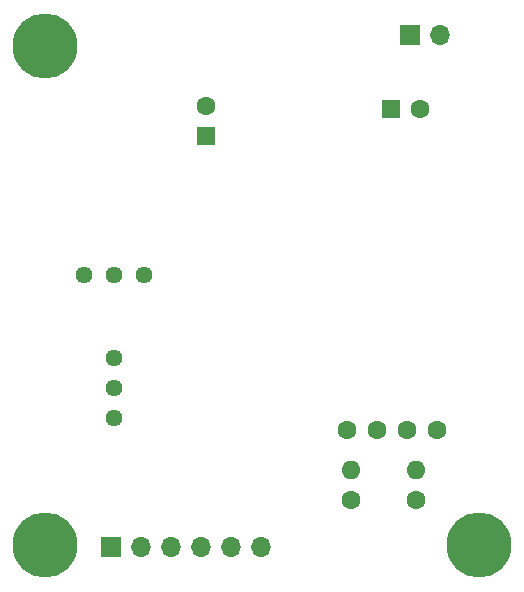
<source format=gbr>
%TF.GenerationSoftware,KiCad,Pcbnew,7.0.7*%
%TF.CreationDate,2024-03-21T17:46:43+00:00*%
%TF.ProjectId,BT401_Digimodes,42543430-315f-4446-9967-696d6f646573,rev?*%
%TF.SameCoordinates,Original*%
%TF.FileFunction,Soldermask,Bot*%
%TF.FilePolarity,Negative*%
%FSLAX46Y46*%
G04 Gerber Fmt 4.6, Leading zero omitted, Abs format (unit mm)*
G04 Created by KiCad (PCBNEW 7.0.7) date 2024-03-21 17:46:43*
%MOMM*%
%LPD*%
G01*
G04 APERTURE LIST*
%ADD10C,5.500000*%
%ADD11R,1.600000X1.600000*%
%ADD12C,1.600000*%
%ADD13R,1.700000X1.700000*%
%ADD14O,1.700000X1.700000*%
%ADD15C,1.440000*%
%ADD16O,1.600000X1.600000*%
G04 APERTURE END LIST*
D10*
%TO.C,*%
X130657600Y-97840800D03*
%TD*%
D11*
%TO.C,C5*%
X144272000Y-63231000D03*
D12*
X144272000Y-60731000D03*
%TD*%
D10*
%TO.C,REF\u002A\u002A*%
X167386000Y-97917000D03*
%TD*%
D13*
%TO.C,J1*%
X136271000Y-98044000D03*
D14*
X138811000Y-98044000D03*
X141351000Y-98044000D03*
X143891000Y-98044000D03*
X146431000Y-98044000D03*
X148971000Y-98044000D03*
%TD*%
D15*
%TO.C,RV1*%
X139065000Y-75057000D03*
X136525000Y-75057000D03*
X133985000Y-75057000D03*
%TD*%
D13*
%TO.C,J2*%
X161544000Y-54737000D03*
D14*
X164084000Y-54737000D03*
%TD*%
D15*
%TO.C,RV2*%
X136525000Y-82042000D03*
X136525000Y-84582000D03*
X136525000Y-87122000D03*
%TD*%
D12*
%TO.C,L1*%
X156591000Y-94107000D03*
D16*
X156591000Y-91567000D03*
%TD*%
D11*
%TO.C,C4*%
X159933000Y-60985000D03*
D12*
X162433000Y-60985000D03*
%TD*%
%TO.C,L2*%
X162052000Y-94107000D03*
D16*
X162052000Y-91567000D03*
%TD*%
D12*
%TO.C,BT1*%
X156210000Y-88138000D03*
X158750000Y-88138000D03*
X161290000Y-88138000D03*
X163830000Y-88138000D03*
%TD*%
D10*
%TO.C,REF\u002A\u002A*%
X130683000Y-55626000D03*
%TD*%
M02*

</source>
